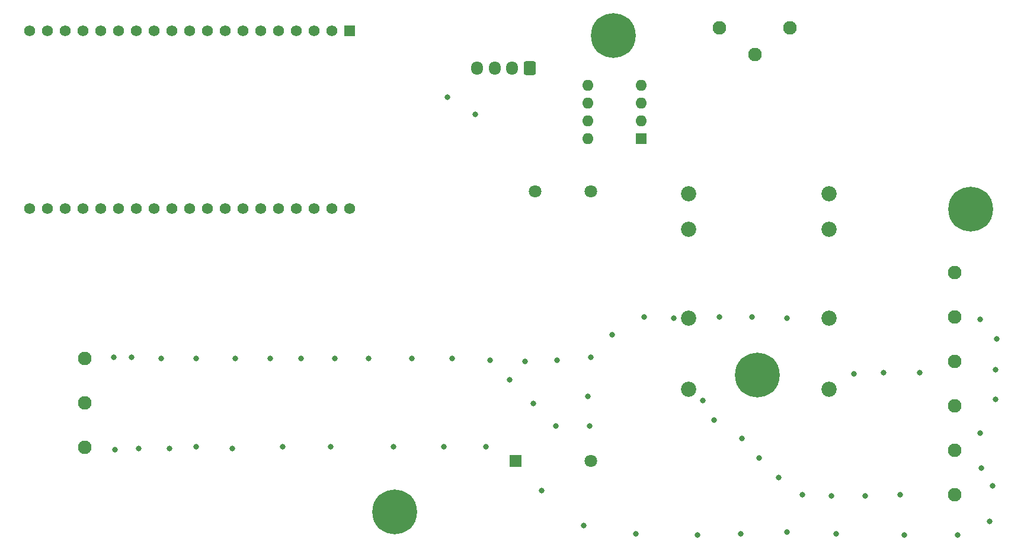
<source format=gbs>
G04 #@! TF.GenerationSoftware,KiCad,Pcbnew,8.0.1*
G04 #@! TF.CreationDate,2024-04-01T00:43:30-05:00*
G04 #@! TF.ProjectId,sneksafe,736e656b-7361-4666-952e-6b696361645f,rev?*
G04 #@! TF.SameCoordinates,Original*
G04 #@! TF.FileFunction,Soldermask,Bot*
G04 #@! TF.FilePolarity,Negative*
%FSLAX46Y46*%
G04 Gerber Fmt 4.6, Leading zero omitted, Abs format (unit mm)*
G04 Created by KiCad (PCBNEW 8.0.1) date 2024-04-01 00:43:30*
%MOMM*%
%LPD*%
G01*
G04 APERTURE LIST*
G04 Aperture macros list*
%AMRoundRect*
0 Rectangle with rounded corners*
0 $1 Rounding radius*
0 $2 $3 $4 $5 $6 $7 $8 $9 X,Y pos of 4 corners*
0 Add a 4 corners polygon primitive as box body*
4,1,4,$2,$3,$4,$5,$6,$7,$8,$9,$2,$3,0*
0 Add four circle primitives for the rounded corners*
1,1,$1+$1,$2,$3*
1,1,$1+$1,$4,$5*
1,1,$1+$1,$6,$7*
1,1,$1+$1,$8,$9*
0 Add four rect primitives between the rounded corners*
20,1,$1+$1,$2,$3,$4,$5,0*
20,1,$1+$1,$4,$5,$6,$7,0*
20,1,$1+$1,$6,$7,$8,$9,0*
20,1,$1+$1,$8,$9,$2,$3,0*%
G04 Aperture macros list end*
%ADD10R,1.560000X1.560000*%
%ADD11C,1.560000*%
%ADD12C,0.800000*%
%ADD13C,6.400000*%
%ADD14C,1.950000*%
%ADD15R,1.600000X1.600000*%
%ADD16O,1.600000X1.600000*%
%ADD17R,1.800000X1.800000*%
%ADD18C,1.800000*%
%ADD19RoundRect,0.250000X0.600000X0.725000X-0.600000X0.725000X-0.600000X-0.725000X0.600000X-0.725000X0*%
%ADD20O,1.700000X1.950000*%
%ADD21C,2.175000*%
G04 APERTURE END LIST*
D10*
X128560000Y-70500000D03*
D11*
X126020000Y-70500000D03*
X123480000Y-70500000D03*
X120940000Y-70500000D03*
X118400000Y-70500000D03*
X115860000Y-70500000D03*
X113320000Y-70500000D03*
X110780000Y-70500000D03*
X108240000Y-70500000D03*
X105700000Y-70500000D03*
X103160000Y-70500000D03*
X100620000Y-70500000D03*
X98080000Y-70500000D03*
X95540000Y-70500000D03*
X93000000Y-70500000D03*
X90460000Y-70500000D03*
X87920000Y-70500000D03*
X85380000Y-70500000D03*
X82840000Y-70500000D03*
X128560000Y-95900000D03*
X126020000Y-95900000D03*
X123480000Y-95900000D03*
X120940000Y-95900000D03*
X118400000Y-95900000D03*
X115860000Y-95900000D03*
X113320000Y-95900000D03*
X110780000Y-95900000D03*
X108240000Y-95900000D03*
X105700000Y-95900000D03*
X103160000Y-95900000D03*
X100620000Y-95900000D03*
X98080000Y-95900000D03*
X95540000Y-95900000D03*
X93000000Y-95900000D03*
X90460000Y-95900000D03*
X87920000Y-95900000D03*
X85380000Y-95900000D03*
X82840000Y-95900000D03*
D12*
X184350000Y-119750000D03*
X185052944Y-118052944D03*
X185052944Y-121447056D03*
X186750000Y-117350000D03*
D13*
X186750000Y-119750000D03*
D12*
X186750000Y-122150000D03*
X188447056Y-118052944D03*
X188447056Y-121447056D03*
X189150000Y-119750000D03*
X214850000Y-96000000D03*
X215552944Y-94302944D03*
X215552944Y-97697056D03*
X217250000Y-93600000D03*
D13*
X217250000Y-96000000D03*
D12*
X217250000Y-98400000D03*
X218947056Y-94302944D03*
X218947056Y-97697056D03*
X219650000Y-96000000D03*
X163800000Y-71200000D03*
X164502944Y-69502944D03*
X164502944Y-72897056D03*
X166200000Y-68800000D03*
D13*
X166200000Y-71200000D03*
D12*
X166200000Y-73600000D03*
X167897056Y-69502944D03*
X167897056Y-72897056D03*
X168600000Y-71200000D03*
D14*
X215000000Y-136850000D03*
X215000000Y-130500000D03*
X215000000Y-124150000D03*
X215000000Y-117800000D03*
X215000000Y-111450000D03*
X215000000Y-105100000D03*
D15*
X170220000Y-85940000D03*
D16*
X170220000Y-83400000D03*
X170220000Y-80860000D03*
X170220000Y-78320000D03*
X162600000Y-78320000D03*
X162600000Y-80860000D03*
X162600000Y-83400000D03*
X162600000Y-85940000D03*
D17*
X152250000Y-132000000D03*
D18*
X163000000Y-132000000D03*
X163000000Y-93500000D03*
X155000000Y-93500000D03*
D12*
X132600000Y-139250000D03*
X133302944Y-137552944D03*
X133302944Y-140947056D03*
X135000000Y-136850000D03*
D13*
X135000000Y-139250000D03*
D12*
X135000000Y-141650000D03*
X136697056Y-137552944D03*
X136697056Y-140947056D03*
X137400000Y-139250000D03*
D19*
X154250000Y-75850000D03*
D20*
X151750000Y-75850000D03*
X149250000Y-75850000D03*
X146750000Y-75850000D03*
D21*
X177000000Y-121740000D03*
X177000000Y-111580000D03*
X177000000Y-98880000D03*
X177000000Y-93800000D03*
D14*
X90650000Y-117395000D03*
X90650000Y-123745000D03*
X90650000Y-130095000D03*
X181400000Y-70100000D03*
X186400000Y-73900000D03*
X191400000Y-70100000D03*
D21*
X197000000Y-121740000D03*
X197000000Y-111580000D03*
X197000000Y-98880000D03*
X197000000Y-93800000D03*
D12*
X207200000Y-136800000D03*
X193200000Y-136800000D03*
X202200000Y-137000000D03*
X180600000Y-126200000D03*
X189800000Y-134400000D03*
X184600000Y-128800000D03*
X187000000Y-131600000D03*
X179000000Y-123400000D03*
X197400000Y-137000000D03*
X94800000Y-117200000D03*
X148600000Y-117600000D03*
X126400000Y-117400000D03*
X170600000Y-111400000D03*
X131200000Y-117400000D03*
X137400000Y-117400000D03*
X154800000Y-123800000D03*
X106600000Y-117400000D03*
X158000000Y-127000000D03*
X158200000Y-117600000D03*
X97400000Y-117200000D03*
X153600000Y-117800000D03*
X143200000Y-117400000D03*
X151400000Y-120400000D03*
X121600000Y-117400000D03*
X162800000Y-127000000D03*
X186000000Y-111400000D03*
X166000000Y-114000000D03*
X101600000Y-117400000D03*
X117200000Y-117400000D03*
X112200000Y-117400000D03*
X162600000Y-122800000D03*
X163000000Y-117200000D03*
X191000000Y-111600000D03*
X174800000Y-111600000D03*
X181400000Y-111400000D03*
X204800000Y-119400000D03*
X210000000Y-119400000D03*
X200600000Y-119600000D03*
X218800000Y-133000000D03*
X142000000Y-130000000D03*
X191000000Y-142200000D03*
X220800000Y-119000000D03*
X198000000Y-142400000D03*
X218600000Y-128000000D03*
X148000000Y-130000000D03*
X106600000Y-130000000D03*
X102800000Y-130200000D03*
X220400000Y-135600000D03*
X125800000Y-130000000D03*
X218600000Y-111800000D03*
X220000000Y-140600000D03*
X134800000Y-130000000D03*
X119000000Y-130000000D03*
X98400000Y-130200000D03*
X178200000Y-142600000D03*
X95000000Y-130400000D03*
X207800000Y-142600000D03*
X220800000Y-123200000D03*
X215400000Y-142600000D03*
X184400000Y-142400000D03*
X221000000Y-114600000D03*
X156000000Y-136200000D03*
X169400000Y-142400000D03*
X162000000Y-141200000D03*
X111800000Y-130200000D03*
X142500000Y-80000000D03*
X146500000Y-82500000D03*
M02*

</source>
